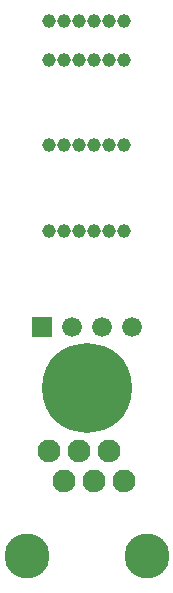
<source format=gbr>
G04 start of page 6 for group -4062 idx -4062 *
G04 Title: (unknown), soldermask *
G04 Creator: pcb 20110918 *
G04 CreationDate: Tue 05 Feb 2013 04:01:22 AM GMT UTC *
G04 For: railfan *
G04 Format: Gerber/RS-274X *
G04 PCB-Dimensions: 63000 200000 *
G04 PCB-Coordinate-Origin: lower left *
%MOIN*%
%FSLAX25Y25*%
%LNBOTTOMMASK*%
%ADD53C,0.1500*%
%ADD52C,0.0660*%
%ADD51C,0.0001*%
%ADD50C,0.2997*%
%ADD49C,0.0760*%
%ADD48C,0.0460*%
G54D48*X24000Y190000D03*
D03*
X29000D03*
D03*
X34000D03*
X19000D03*
X34000D03*
X39000D03*
D03*
X44000D03*
G54D49*X19000Y46500D03*
X24000Y36500D03*
X29000Y46500D03*
X34000Y36500D03*
X39000Y46500D03*
X44000Y36500D03*
G54D50*X31500Y67500D03*
G54D51*G36*
X13200Y91300D02*Y84700D01*
X19800D01*
Y91300D01*
X13200D01*
G37*
G54D52*X26500Y88000D03*
X36500D03*
X46500D03*
G54D53*X11500Y11500D03*
X51500D03*
G54D48*X24000Y120000D03*
X29000D03*
X24000D03*
X29000D03*
X19000D03*
X34000D03*
X39000D03*
X34000D03*
X39000D03*
X44000D03*
X24000Y148500D03*
X29000D03*
X24000D03*
X29000D03*
X19000D03*
X34000D03*
X39000D03*
X34000D03*
X39000D03*
X44000D03*
X34000Y177000D03*
D03*
X39000D03*
D03*
X19000D03*
X24000D03*
X29000D03*
X24000D03*
X29000D03*
X44000D03*
M02*

</source>
